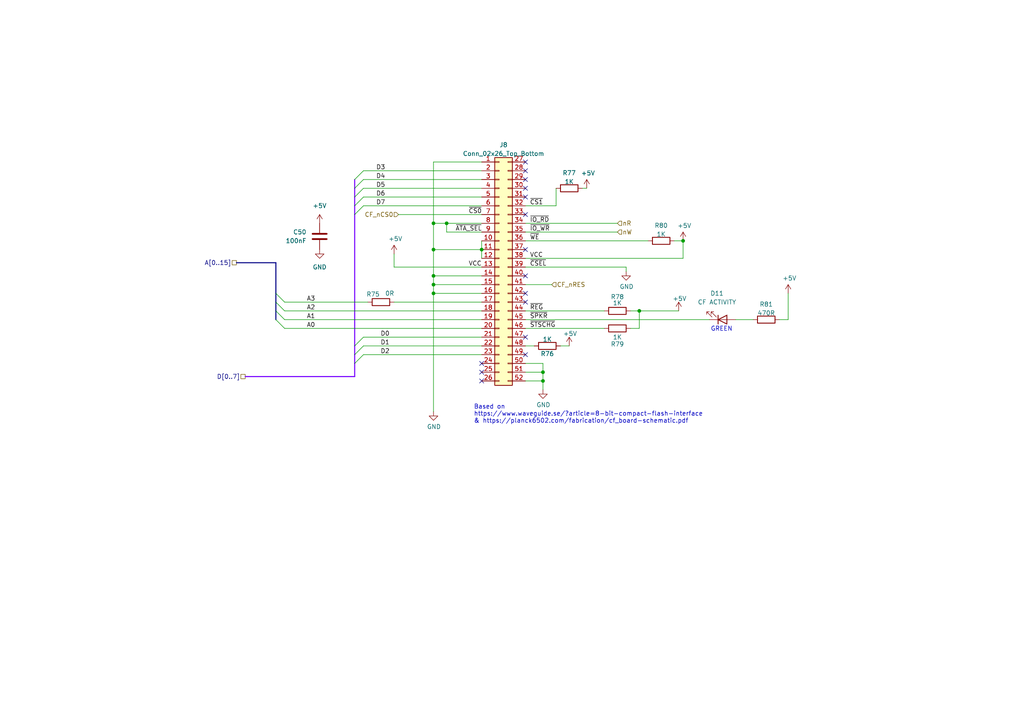
<source format=kicad_sch>
(kicad_sch (version 20250114) (generator "eeschema") (generator_version "9.0")
  (paper "A4")
  (lib_symbols
    (symbol "Connector_Generic:Conn_02x26_Top_Bottom" (pin_names (offset 1.016) (hide yes))
      (property "Reference" "J" (at 1.27 33.02 0))
      (property "Value" "Conn_02x26_Top_Bottom" (at 1.27 -35.56 0))
      (symbol "Conn_02x26_Top_Bottom_1_1"
        (rectangle (start -1.27 31.75) (end 3.81 -34.29) (stroke (width 0.254)) (fill (type background)))
        (rectangle (start -1.27 30.607) (end 0 30.353) (stroke (width 0.1524)))
        (rectangle (start -1.27 28.067) (end 0 27.813) (stroke (width 0.1524)))
        (rectangle (start -1.27 25.527) (end 0 25.273) (stroke (width 0.1524)))
        (rectangle (start -1.27 22.987) (end 0 22.733) (stroke (width 0.1524)))
        (rectangle (start -1.27 20.447) (end 0 20.193) (stroke (width 0.1524)))
        (rectangle (start -1.27 17.907) (end 0 17.653) (stroke (width 0.1524)))
        (rectangle (start -1.27 15.367) (end 0 15.113) (stroke (width 0.1524)))
        (rectangle (start -1.27 12.827) (end 0 12.573) (stroke (width 0.1524)))
        (rectangle (start -1.27 10.287) (end 0 10.033) (stroke (width 0.1524)))
        (rectangle (start -1.27 7.747) (end 0 7.493) (stroke (width 0.1524)))
        (rectangle (start -1.27 5.207) (end 0 4.953) (stroke (width 0.1524)))
        (rectangle (start -1.27 2.667) (end 0 2.413) (stroke (width 0.1524)))
        (rectangle (start -1.27 0.127) (end 0 -0.127) (stroke (width 0.1524)))
        (rectangle (start -1.27 -2.413) (end 0 -2.667) (stroke (width 0.1524)))
        (rectangle (start -1.27 -4.953) (end 0 -5.207) (stroke (width 0.1524)))
        (rectangle (start -1.27 -7.493) (end 0 -7.747) (stroke (width 0.1524)))
        (rectangle (start -1.27 -10.033) (end 0 -10.287) (stroke (width 0.1524)))
        (rectangle (start -1.27 -12.573) (end 0 -12.827) (stroke (width 0.1524)))
        (rectangle (start -1.27 -15.113) (end 0 -15.367) (stroke (width 0.1524)))
        (rectangle (start -1.27 -17.653) (end 0 -17.907) (stroke (width 0.1524)))
        (rectangle (start -1.27 -20.193) (end 0 -20.447) (stroke (width 0.1524)))
        (rectangle (start -1.27 -22.733) (end 0 -22.987) (stroke (width 0.1524)))
        (rectangle (start -1.27 -25.273) (end 0 -25.527) (stroke (width 0.1524)))
        (rectangle (start -1.27 -27.813) (end 0 -28.067) (stroke (width 0.1524)))
        (rectangle (start -1.27 -30.353) (end 0 -30.607) (stroke (width 0.1524)))
        (rectangle (start -1.27 -32.893) (end 0 -33.147) (stroke (width 0.1524)))
        (rectangle (start 3.81 30.607) (end 2.54 30.353) (stroke (width 0.1524)))
        (rectangle (start 3.81 28.067) (end 2.54 27.813) (stroke (width 0.1524)))
        (rectangle (start 3.81 25.527) (end 2.54 25.273) (stroke (width 0.1524)))
        (rectangle (start 3.81 22.987) (end 2.54 22.733) (stroke (width 0.1524)))
        (rectangle (start 3.81 20.447) (end 2.54 20.193) (stroke (width 0.1524)))
        (rectangle (start 3.81 17.907) (end 2.54 17.653) (stroke (width 0.1524)))
        (rectangle (start 3.81 15.367) (end 2.54 15.113) (stroke (width 0.1524)))
        (rectangle (start 3.81 12.827) (end 2.54 12.573) (stroke (width 0.1524)))
        (rectangle (start 3.81 10.287) (end 2.54 10.033) (stroke (width 0.1524)))
        (rectangle (start 3.81 7.747) (end 2.54 7.493) (stroke (width 0.1524)))
        (rectangle (start 3.81 5.207) (end 2.54 4.953) (stroke (width 0.1524)))
        (rectangle (start 3.81 2.667) (end 2.54 2.413) (stroke (width 0.1524)))
        (rectangle (start 3.81 0.127) (end 2.54 -0.127) (stroke (width 0.1524)))
        (rectangle (start 3.81 -2.413) (end 2.54 -2.667) (stroke (width 0.1524)))
        (rectangle (start 3.81 -4.953) (end 2.54 -5.207) (stroke (width 0.1524)))
        (rectangle (start 3.81 -7.493) (end 2.54 -7.747) (stroke (width 0.1524)))
        (rectangle (start 3.81 -10.033) (end 2.54 -10.287) (stroke (width 0.1524)))
        (rectangle (start 3.81 -12.573) (end 2.54 -12.827) (stroke (width 0.1524)))
        (rectangle (start 3.81 -15.113) (end 2.54 -15.367) (stroke (width 0.1524)))
        (rectangle (start 3.81 -17.653) (end 2.54 -17.907) (stroke (width 0.1524)))
        (rectangle (start 3.81 -20.193) (end 2.54 -20.447) (stroke (width 0.1524)))
        (rectangle (start 3.81 -22.733) (end 2.54 -22.987) (stroke (width 0.1524)))
        (rectangle (start 3.81 -25.273) (end 2.54 -25.527) (stroke (width 0.1524)))
        (rectangle (start 3.81 -27.813) (end 2.54 -28.067) (stroke (width 0.1524)))
        (rectangle (start 3.81 -30.353) (end 2.54 -30.607) (stroke (width 0.1524)))
        (rectangle (start 3.81 -32.893) (end 2.54 -33.147) (stroke (width 0.1524)))
        (pin passive line (at -5.08 30.48 0) (length 3.81) (name "Pin_1") (number "1"))
        (pin passive line (at -5.08 27.94 0) (length 3.81) (name "Pin_2") (number "2"))
        (pin passive line (at -5.08 25.4 0) (length 3.81) (name "Pin_3") (number "3"))
        (pin passive line (at -5.08 22.86 0) (length 3.81) (name "Pin_4") (number "4"))
        (pin passive line (at -5.08 20.32 0) (length 3.81) (name "Pin_5") (number "5"))
        (pin passive line (at -5.08 17.78 0) (length 3.81) (name "Pin_6") (number "6"))
        (pin passive line (at -5.08 15.24 0) (length 3.81) (name "Pin_7") (number "7"))
        (pin passive line (at -5.08 12.7 0) (length 3.81) (name "Pin_8") (number "8"))
        (pin passive line (at -5.08 10.16 0) (length 3.81) (name "Pin_9") (number "9"))
        (pin passive line (at -5.08 7.62 0) (length 3.81) (name "Pin_10") (number "10"))
        (pin passive line (at -5.08 5.08 0) (length 3.81) (name "Pin_11") (number "11"))
        (pin passive line (at -5.08 2.54 0) (length 3.81) (name "Pin_12") (number "12"))
        (pin passive line (at -5.08 0 0) (length 3.81) (name "Pin_13") (number "13"))
        (pin passive line (at -5.08 -2.54 0) (length 3.81) (name "Pin_14") (number "14"))
        (pin passive line (at -5.08 -5.08 0) (length 3.81) (name "Pin_15") (number "15"))
        (pin passive line (at -5.08 -7.62 0) (length 3.81) (name "Pin_16") (number "16"))
        (pin passive line (at -5.08 -10.16 0) (length 3.81) (name "Pin_17") (number "17"))
        (pin passive line (at -5.08 -12.7 0) (length 3.81) (name "Pin_18") (number "18"))
        (pin passive line (at -5.08 -15.24 0) (length 3.81) (name "Pin_19") (number "19"))
        (pin passive line (at -5.08 -17.78 0) (length 3.81) (name "Pin_20") (number "20"))
        (pin passive line (at -5.08 -20.32 0) (length 3.81) (name "Pin_21") (number "21"))
        (pin passive line (at -5.08 -22.86 0) (length 3.81) (name "Pin_22") (number "22"))
        (pin passive line (at -5.08 -25.4 0) (length 3.81) (name "Pin_23") (number "23"))
        (pin passive line (at -5.08 -27.94 0) (length 3.81) (name "Pin_24") (number "24"))
        (pin passive line (at -5.08 -30.48 0) (length 3.81) (name "Pin_25") (number "25"))
        (pin passive line (at -5.08 -33.02 0) (length 3.81) (name "Pin_26") (number "26"))
        (pin passive line (at 7.62 30.48 180) (length 3.81) (name "Pin_27") (number "27"))
        (pin passive line (at 7.62 27.94 180) (length 3.81) (name "Pin_28") (number "28"))
        (pin passive line (at 7.62 25.4 180) (length 3.81) (name "Pin_29") (number "29"))
        (pin passive line (at 7.62 22.86 180) (length 3.81) (name "Pin_30") (number "30"))
        (pin passive line (at 7.62 20.32 180) (length 3.81) (name "Pin_31") (number "31"))
        (pin passive line (at 7.62 17.78 180) (length 3.81) (name "Pin_32") (number "32"))
        (pin passive line (at 7.62 15.24 180) (length 3.81) (name "Pin_33") (number "33"))
        (pin passive line (at 7.62 12.7 180) (length 3.81) (name "Pin_34") (number "34"))
        (pin passive line (at 7.62 10.16 180) (length 3.81) (name "Pin_35") (number "35"))
        (pin passive line (at 7.62 7.62 180) (length 3.81) (name "Pin_36") (number "36"))
        (pin passive line (at 7.62 5.08 180) (length 3.81) (name "Pin_37") (number "37"))
        (pin passive line (at 7.62 2.54 180) (length 3.81) (name "Pin_38") (number "38"))
        (pin passive line (at 7.62 0 180) (length 3.81) (name "Pin_39") (number "39"))
        (pin passive line (at 7.62 -2.54 180) (length 3.81) (name "Pin_40") (number "40"))
        (pin passive line (at 7.62 -5.08 180) (length 3.81) (name "Pin_41") (number "41"))
        (pin passive line (at 7.62 -7.62 180) (length 3.81) (name "Pin_42") (number "42"))
        (pin passive line (at 7.62 -10.16 180) (length 3.81) (name "Pin_43") (number "43"))
        (pin passive line (at 7.62 -12.7 180) (length 3.81) (name "Pin_44") (number "44"))
        (pin passive line (at 7.62 -15.24 180) (length 3.81) (name "Pin_45") (number "45"))
        (pin passive line (at 7.62 -17.78 180) (length 3.81) (name "Pin_46") (number "46"))
        (pin passive line (at 7.62 -20.32 180) (length 3.81) (name "Pin_47") (number "47"))
        (pin passive line (at 7.62 -22.86 180) (length 3.81) (name "Pin_48") (number "48"))
        (pin passive line (at 7.62 -25.4 180) (length 3.81) (name "Pin_49") (number "49"))
        (pin passive line (at 7.62 -27.94 180) (length 3.81) (name "Pin_50") (number "50"))
        (pin passive line (at 7.62 -30.48 180) (length 3.81) (name "Pin_51") (number "51"))
        (pin passive line (at 7.62 -33.02 180) (length 3.81) (name "Pin_52") (number "52"))
      )
    )
    (symbol "Device:C" (pin_numbers (hide yes)) (pin_names (offset 0.254))
      (property "Reference" "C" (at 0.635 2.54 0))
      (property "Value" "C" (at 0.635 -2.54 0))
      (symbol "C_0_1"
        (polyline (pts (xy -2.032 0.762) (xy 2.032 0.762)) (stroke (width 0.508)))
        (polyline (pts (xy -2.032 -0.762) (xy 2.032 -0.762)) (stroke (width 0.508)))
      )
      (symbol "C_1_1"
        (pin passive line (at 0 3.81 270) (length 2.794) (name "~") (number "1"))
        (pin passive line (at 0 -3.81 90) (length 2.794) (name "~") (number "2"))
      )
    )
    (symbol "Device:LED" (pin_numbers (hide yes)) (pin_names (offset 1.016) (hide yes))
      (property "Reference" "D" (at 0 2.54 0))
      (property "Value" "LED" (at 0 -2.54 0))
      (symbol "LED_0_1"
        (polyline (pts (xy -3.048 -0.762) (xy -4.572 -2.286) (xy -3.81 -2.286) (xy -4.572 -2.286) (xy -4.572 -1.524)))
        (polyline (pts (xy -1.778 -0.762) (xy -3.302 -2.286) (xy -2.54 -2.286) (xy -3.302 -2.286) (xy -3.302 -1.524)))
        (polyline (pts (xy -1.27 0) (xy 1.27 0)))
        (polyline (pts (xy -1.27 -1.27) (xy -1.27 1.27)) (stroke (width 0.254)))
        (polyline (pts (xy 1.27 -1.27) (xy 1.27 1.27) (xy -1.27 0) (xy 1.27 -1.27)) (stroke (width 0.254)))
      )
      (symbol "LED_1_1"
        (pin passive line (at -3.81 0 0) (length 2.54) (name "K") (number "1"))
        (pin passive line (at 3.81 0 180) (length 2.54) (name "A") (number "2"))
      )
    )
    (symbol "Device:R" (pin_numbers (hide yes)) (pin_names (offset 0))
      (property "Reference" "R" (at 2.032 0 90))
      (property "Value" "R" (at 0 0 90))
      (symbol "R_0_1"
        (rectangle (start -1.016 -2.54) (end 1.016 2.54) (stroke (width 0.254)))
      )
      (symbol "R_1_1"
        (pin passive line (at 0 3.81 270) (length 1.27) (name "~") (number "1"))
        (pin passive line (at 0 -3.81 90) (length 1.27) (name "~") (number "2"))
      )
    )
    (symbol "power:+5V" (power) (pin_names (offset 0))
      (property "Value" "+5V" (at 0 3.556 0))
      (symbol "+5V_0_1"
        (polyline (pts (xy -0.762 1.27) (xy 0 2.54)))
        (polyline (pts (xy 0 2.54) (xy 0.762 1.27)))
        (polyline (pts (xy 0 0) (xy 0 2.54)))
      )
      (symbol "+5V_1_1"
        (pin power_in line (at 0 0 90) (length 0) (hide yes) (name "+5V") (number "1"))
      )
    )
    (symbol "power:GND" (power) (pin_names (offset 0))
      (property "Value" "GND" (at 0 -3.81 0))
      (symbol "GND_0_1"
        (polyline (pts (xy 0 0) (xy 0 -1.27) (xy 1.27 -1.27) (xy 0 -2.54) (xy -1.27 -1.27) (xy 0 -1.27)))
      )
      (symbol "GND_1_1"
        (pin power_in line (at 0 0 270) (length 0) (hide yes) (name "GND") (number "1"))
      )
    )
  )
  (text "GREEN" (at 209.296 95.504 0) (effects (font (size 1.27 1.27))))
  (text "Based on\nhttps://www.waveguide.se/?article=8-bit-compact-flash-interface\n& https://planck6502.com/fabrication/cf_board-schematic.pdf" (at 137.414 120.142 0) (effects (font (size 1.27 1.27)) (justify left)))
  (junction (at 125.73 80.01))
  (junction (at 125.73 64.77))
  (junction (at 125.73 82.55))
  (junction (at 139.7 72.39))
  (junction (at 198.12 69.85))
  (junction (at 185.42 90.17))
  (junction (at 157.48 107.95))
  (junction (at 125.73 85.09))
  (junction (at 129.54 64.77))
  (junction (at 125.73 72.39))
  (junction (at 157.48 110.49))
  (no_connect (at 152.4 57.15))
  (no_connect (at 152.4 52.07))
  (no_connect (at 152.4 80.01))
  (no_connect (at 152.4 72.39))
  (no_connect (at 152.4 85.09))
  (no_connect (at 152.4 46.99))
  (no_connect (at 152.4 54.61))
  (no_connect (at 139.7 110.49))
  (no_connect (at 152.4 102.87))
  (no_connect (at 152.4 49.53))
  (no_connect (at 152.4 97.79))
  (no_connect (at 152.4 87.63))
  (no_connect (at 139.7 107.95))
  (no_connect (at 139.7 105.41))
  (no_connect (at 152.4 62.23))
  (bus_entry (at 105.41 102.87) (size -2.54 2.54))
  (bus_entry (at 82.55 87.63) (size -2.54 -2.54))
  (bus_entry (at 105.41 52.07) (size -2.54 2.54))
  (bus_entry (at 82.55 90.17) (size -2.54 -2.54))
  (bus_entry (at 105.41 57.15) (size -2.54 2.54))
  (bus_entry (at 82.55 95.25) (size -2.54 -2.54))
  (bus_entry (at 82.55 92.71) (size -2.54 -2.54))
  (bus_entry (at 105.41 97.79) (size -2.54 2.54))
  (bus_entry (at 105.41 100.33) (size -2.54 2.54))
  (bus_entry (at 105.41 54.61) (size -2.54 2.54))
  (bus_entry (at 105.41 49.53) (size -2.54 2.54))
  (bus_entry (at 105.41 59.69) (size -2.54 2.54))
  (bus (pts (xy 80.01 87.63) (xy 80.01 90.17)))
  (wire (pts (xy 228.6 92.71) (xy 226.06 92.71)))
  (wire (pts (xy 105.41 102.87) (xy 139.7 102.87)))
  (wire (pts (xy 157.48 110.49) (xy 152.4 110.49)))
  (bus (pts (xy 68.58 76.2) (xy 80.01 76.2)))
  (bus (pts (xy 102.87 102.87) (xy 102.87 100.33)) (stroke (width 0) (color 118 0 255 1)))
  (wire (pts (xy 125.73 82.55) (xy 139.7 82.55)))
  (wire (pts (xy 105.41 100.33) (xy 139.7 100.33)))
  (wire (pts (xy 152.4 100.33) (xy 154.94 100.33)))
  (wire (pts (xy 105.41 57.15) (xy 139.7 57.15)))
  (bus (pts (xy 102.87 54.61) (xy 102.87 52.07)) (stroke (width 0) (color 118 0 255 1)))
  (wire (pts (xy 181.61 77.47) (xy 181.61 78.74)))
  (wire (pts (xy 152.4 90.17) (xy 175.26 90.17)))
  (wire (pts (xy 152.4 82.55) (xy 160.02 82.55)))
  (wire (pts (xy 152.4 92.71) (xy 205.74 92.71)))
  (wire (pts (xy 105.41 54.61) (xy 139.7 54.61)))
  (wire (pts (xy 152.4 64.77) (xy 179.07 64.77)))
  (wire (pts (xy 152.4 69.85) (xy 187.96 69.85)))
  (wire (pts (xy 129.54 67.31) (xy 139.7 67.31)))
  (bus (pts (xy 102.87 105.41) (xy 102.87 102.87)) (stroke (width 0) (color 118 0 255 1)))
  (wire (pts (xy 125.73 64.77) (xy 125.73 72.39)))
  (wire (pts (xy 114.3 87.63) (xy 139.7 87.63)))
  (wire (pts (xy 115.57 62.23) (xy 139.7 62.23)))
  (bus (pts (xy 102.87 57.15) (xy 102.87 54.61)) (stroke (width 0) (color 118 0 255 1)))
  (wire (pts (xy 114.3 77.47) (xy 139.7 77.47)))
  (wire (pts (xy 105.41 59.69) (xy 139.7 59.69)))
  (wire (pts (xy 129.54 64.77) (xy 129.54 67.31)))
  (wire (pts (xy 157.48 105.41) (xy 152.4 105.41)))
  (wire (pts (xy 198.12 74.93) (xy 198.12 69.85)))
  (wire (pts (xy 152.4 67.31) (xy 179.07 67.31)))
  (bus (pts (xy 80.01 85.09) (xy 80.01 76.2)))
  (wire (pts (xy 152.4 59.69) (xy 161.29 59.69)))
  (wire (pts (xy 114.3 73.66) (xy 114.3 77.47)))
  (wire (pts (xy 125.73 72.39) (xy 125.73 80.01)))
  (wire (pts (xy 157.48 105.41) (xy 157.48 107.95)))
  (wire (pts (xy 125.73 46.99) (xy 139.7 46.99)))
  (wire (pts (xy 125.73 85.09) (xy 125.73 82.55)))
  (wire (pts (xy 82.55 95.25) (xy 139.7 95.25)))
  (wire (pts (xy 139.7 69.85) (xy 139.7 72.39)))
  (wire (pts (xy 185.42 90.17) (xy 182.88 90.17)))
  (wire (pts (xy 125.73 80.01) (xy 139.7 80.01)))
  (bus (pts (xy 102.87 62.23) (xy 102.87 100.33)) (stroke (width 0) (color 118 0 255 1)))
  (wire (pts (xy 185.42 90.17) (xy 185.42 95.25)))
  (wire (pts (xy 125.73 82.55) (xy 125.73 80.01)))
  (wire (pts (xy 168.91 54.61) (xy 170.18 54.61)))
  (wire (pts (xy 162.56 100.33) (xy 165.1 100.33)))
  (wire (pts (xy 152.4 77.47) (xy 181.61 77.47)))
  (bus (pts (xy 80.01 90.17) (xy 80.01 92.71)))
  (wire (pts (xy 125.73 46.99) (xy 125.73 64.77)))
  (wire (pts (xy 157.48 107.95) (xy 152.4 107.95)))
  (wire (pts (xy 125.73 72.39) (xy 139.7 72.39)))
  (bus (pts (xy 102.87 105.41) (xy 102.87 109.22)) (stroke (width 0) (color 118 0 255 1)))
  (wire (pts (xy 82.55 90.17) (xy 139.7 90.17)))
  (wire (pts (xy 228.6 85.09) (xy 228.6 92.71)))
  (wire (pts (xy 152.4 74.93) (xy 198.12 74.93)))
  (bus (pts (xy 102.87 62.23) (xy 102.87 59.69)) (stroke (width 0) (color 118 0 255 1)))
  (wire (pts (xy 82.55 92.71) (xy 139.7 92.71)))
  (wire (pts (xy 196.85 90.17) (xy 185.42 90.17)))
  (wire (pts (xy 185.42 95.25) (xy 182.88 95.25)))
  (wire (pts (xy 195.58 69.85) (xy 198.12 69.85)))
  (bus (pts (xy 80.01 85.09) (xy 80.01 87.63)))
  (wire (pts (xy 139.7 72.39) (xy 139.7 74.93)))
  (wire (pts (xy 82.55 87.63) (xy 106.68 87.63)))
  (wire (pts (xy 213.36 92.71) (xy 218.44 92.71)))
  (wire (pts (xy 125.73 64.77) (xy 129.54 64.77)))
  (wire (pts (xy 105.41 49.53) (xy 139.7 49.53)))
  (wire (pts (xy 157.48 110.49) (xy 157.48 113.03)))
  (wire (pts (xy 157.48 107.95) (xy 157.48 110.49)))
  (wire (pts (xy 161.29 59.69) (xy 161.29 54.61)))
  (bus (pts (xy 102.87 59.69) (xy 102.87 57.15)) (stroke (width 0) (color 118 0 255 1)))
  (wire (pts (xy 125.73 85.09) (xy 139.7 85.09)))
  (wire (pts (xy 152.4 95.25) (xy 175.26 95.25)))
  (wire (pts (xy 105.41 52.07) (xy 139.7 52.07)))
  (wire (pts (xy 129.54 64.77) (xy 139.7 64.77)))
  (bus (pts (xy 71.12 109.22) (xy 102.87 109.22)) (stroke (width 0) (color 118 0 255 1)))
  (wire (pts (xy 105.41 97.79) (xy 139.7 97.79)))
  (wire (pts (xy 125.73 119.38) (xy 125.73 85.09)))
  (label "~{IO_WR}" (at 153.67 67.31 0))
  (label "D6" (at 111.76 57.15 180))
  (label "~{REG}" (at 153.67 90.17 0))
  (label "D0" (at 113.03 97.79 180))
  (label "~{CS1}" (at 153.67 59.69 0))
  (label "~{SPKR}" (at 153.67 92.71 0))
  (label "D1" (at 113.03 100.33 180))
  (label "~{CSEL}" (at 153.67 77.47 0))
  (label "D4" (at 111.76 52.07 180))
  (label "~{STSCHG}" (at 153.67 95.25 0))
  (label "~{ATA_SEL}" (at 132.08 67.31 0))
  (label "A0" (at 91.44 95.25 180))
  (label "D3" (at 111.76 49.53 180))
  (label "D2" (at 113.03 102.87 180))
  (label "A1" (at 91.44 92.71 180))
  (label "VCC" (at 153.67 74.93 0))
  (label "VCC" (at 135.89 77.47 0))
  (label "~{WE}" (at 153.67 69.85 0))
  (label "~{IO_RD}" (at 153.67 64.77 0))
  (label "D5" (at 111.76 54.61 180))
  (label "~{CS0}" (at 135.89 62.23 0))
  (label "A2" (at 91.44 90.17 180))
  (label "D7" (at 111.76 59.69 180))
  (label "A3" (at 91.44 87.63 180))
  (hierarchical_label "CF_nCS0" (shape input) (at 115.57 62.23 180))
  (hierarchical_label "nW" (shape input) (at 179.07 67.31 0))
  (hierarchical_label "D[0..7]" (shape passive) (at 71.12 109.22 180))
  (hierarchical_label "nR" (shape input) (at 179.07 64.77 0))
  (hierarchical_label "CF_nRES" (shape input) (at 160.02 82.55 0))
  (hierarchical_label "A[0..15]" (shape passive) (at 68.58 76.2 180))
  (symbol (lib_id "power:GND") (at 92.71 72.39 0) (mirror y) (unit 1)
    (property "Reference" "#PWR0223" (effects (hide yes)))
    (property "Value" "GND" (at 92.71 77.47 0))
  )
  (symbol (lib_id "Device:R") (at 158.75 100.33 90) (unit 1)
    (property "Reference" "R76" (at 158.75 102.616 90))
    (property "Value" "1K" (at 158.75 98.425 90))
    (property "Footprint" "Resistor_SMD:R_0402_1005Metric" (effects (hide yes)))
    (property "LCSC" "C11702" (effects (hide yes)))
  )
  (symbol (lib_id "Device:R") (at 179.07 95.25 90) (unit 1)
    (property "Reference" "R79" (at 179.07 99.822 90))
    (property "Value" "1K" (at 179.07 97.79 90))
    (property "Footprint" "Resistor_SMD:R_0402_1005Metric" (effects (hide yes)))
    (property "LCSC" "C11702" (effects (hide yes)))
  )
  (symbol (lib_id "power:GND") (at 181.61 78.74 0) (unit 1)
    (property "Reference" "#PWR0166" (effects (hide yes)))
    (property "Value" "GND" (at 181.737 83.1342 0))
  )
  (symbol (lib_id "Device:C") (at 92.71 68.58 0) (mirror y) (unit 1)
    (property "Reference" "C50" (at 88.9 67.3099 0) (effects (justify left)))
    (property "Value" "100nF" (at 88.9 69.8499 0) (effects (justify left)))
    (property "Footprint" "Capacitor_SMD:C_0402_1005Metric" (effects (hide yes)))
    (property "Description" "Unpolarized capacitor" (effects (hide yes)))
    (property "LCSC" "C113803" (effects (hide yes)))
  )
  (symbol (lib_id "Connector_Generic:Conn_02x26_Top_Bottom") (at 144.78 77.47 0) (unit 1)
    (property "Reference" "J8" (at 146.05 42.0202 0))
    (property "Value" "Conn_02x26_Top_Bottom" (at 146.05 44.5571 0))
    (property "Footprint" "PaulasConnectors:SD-SMD_CFH-L3C1LBL01MN0" (effects (hide yes)))
    (property "Link" "https://www.lcsc.com/product-detail/SD-Card-Connectors_UMAX-CFH-L3C1LBL01MN0_C444350.html" (effects (hide yes)))
    (property "LCSC" "DNF" (effects (hide yes)))
    (property "Mouser Part Number" " 710-693120035011 " (effects (hide yes)))
  )
  (symbol (lib_id "power:+5V") (at 170.18 54.61 0) (unit 1)
    (property "Reference" "#PWR0165" (effects (hide yes)))
    (property "Value" "+5V" (at 170.561 50.2158 0))
  )
  (symbol (lib_id "power:GND") (at 157.48 113.03 0) (unit 1)
    (property "Reference" "#PWR0163" (effects (hide yes)))
    (property "Value" "GND" (at 157.607 117.4242 0))
  )
  (symbol (lib_id "power:+5V") (at 114.3 73.66 0) (unit 1)
    (property "Reference" "#PWR0161" (effects (hide yes)))
    (property "Value" "+5V" (at 114.681 69.2658 0))
  )
  (symbol (lib_id "Device:R") (at 110.49 87.63 270) (unit 1)
    (property "Reference" "R75" (at 108.204 85.344 90))
    (property "Value" "0R" (at 113.03 85.09 90))
    (property "Footprint" "Resistor_SMD:R_0402_1005Metric" (effects (hide yes)))
    (property "LCSC" "DNF" (effects (hide yes)))
  )
  (symbol (lib_id "power:GND") (at 125.73 119.38 0) (unit 1)
    (property "Reference" "#PWR0162" (effects (hide yes)))
    (property "Value" "GND" (at 125.857 123.7742 0))
  )
  (symbol (lib_id "Device:R") (at 222.25 92.71 90) (unit 1)
    (property "Reference" "R81" (at 222.25 88.265 90))
    (property "Value" "470R" (at 222.25 90.805 90))
    (property "Footprint" "Resistor_SMD:R_0402_1005Metric" (effects (hide yes)))
    (property "LCSC" "C25117" (effects (hide yes)))
  )
  (symbol (lib_id "power:+5V") (at 198.12 69.85 0) (unit 1)
    (property "Reference" "#PWR0168" (effects (hide yes)))
    (property "Value" "+5V" (at 198.501 65.4558 0))
  )
  (symbol (lib_id "power:+5V") (at 165.1 100.33 0) (unit 1)
    (property "Reference" "#PWR0164" (effects (hide yes)))
    (property "Value" "+5V" (at 165.354 96.774 0))
  )
  (symbol (lib_id "power:+5V") (at 92.71 64.77 0) (mirror y) (unit 1)
    (property "Reference" "#PWR0222" (effects (hide yes)))
    (property "Value" "+5V" (at 92.71 59.69 0))
  )
  (symbol (lib_id "Device:R") (at 179.07 90.17 90) (unit 1)
    (property "Reference" "R78" (at 179.07 86.106 90))
    (property "Value" "1K" (at 179.07 87.884 90))
    (property "Footprint" "Resistor_SMD:R_0402_1005Metric" (effects (hide yes)))
    (property "LCSC" "C11702" (effects (hide yes)))
  )
  (symbol (lib_id "Device:LED") (at 209.55 92.71 0) (mirror x) (unit 1)
    (property "Reference" "D11" (at 207.9625 85.09 0))
    (property "Value" "CF ACTIVITY" (at 207.9625 87.63 0))
    (property "Footprint" "LED_SMD:LED_0805_2012Metric" (effects (hide yes)))
    (property "LCSC" "DNF" (effects (hide yes)))
  )
  (symbol (lib_id "power:+5V") (at 228.6 85.09 0) (unit 1)
    (property "Reference" "#PWR0169" (effects (hide yes)))
    (property "Value" "+5V" (at 228.981 80.6958 0))
  )
  (symbol (lib_id "Device:R") (at 165.1 54.61 90) (unit 1)
    (property "Reference" "R77" (at 165.1 50.165 90))
    (property "Value" "1K" (at 165.1 52.705 90))
    (property "Footprint" "Resistor_SMD:R_0402_1005Metric" (effects (hide yes)))
    (property "LCSC" "C11702" (effects (hide yes)))
  )
  (symbol (lib_id "Device:R") (at 191.77 69.85 90) (unit 1)
    (property "Reference" "R80" (at 191.77 65.405 90))
    (property "Value" "1K" (at 191.77 67.945 90))
    (property "Footprint" "Resistor_SMD:R_0402_1005Metric" (effects (hide yes)))
    (property "LCSC" "C11702" (effects (hide yes)))
  )
  (symbol (lib_id "power:+5V") (at 196.85 90.17 0) (unit 1)
    (property "Reference" "#PWR0167" (effects (hide yes)))
    (property "Value" "+5V" (at 197.104 86.614 0))
  )
)
</source>
